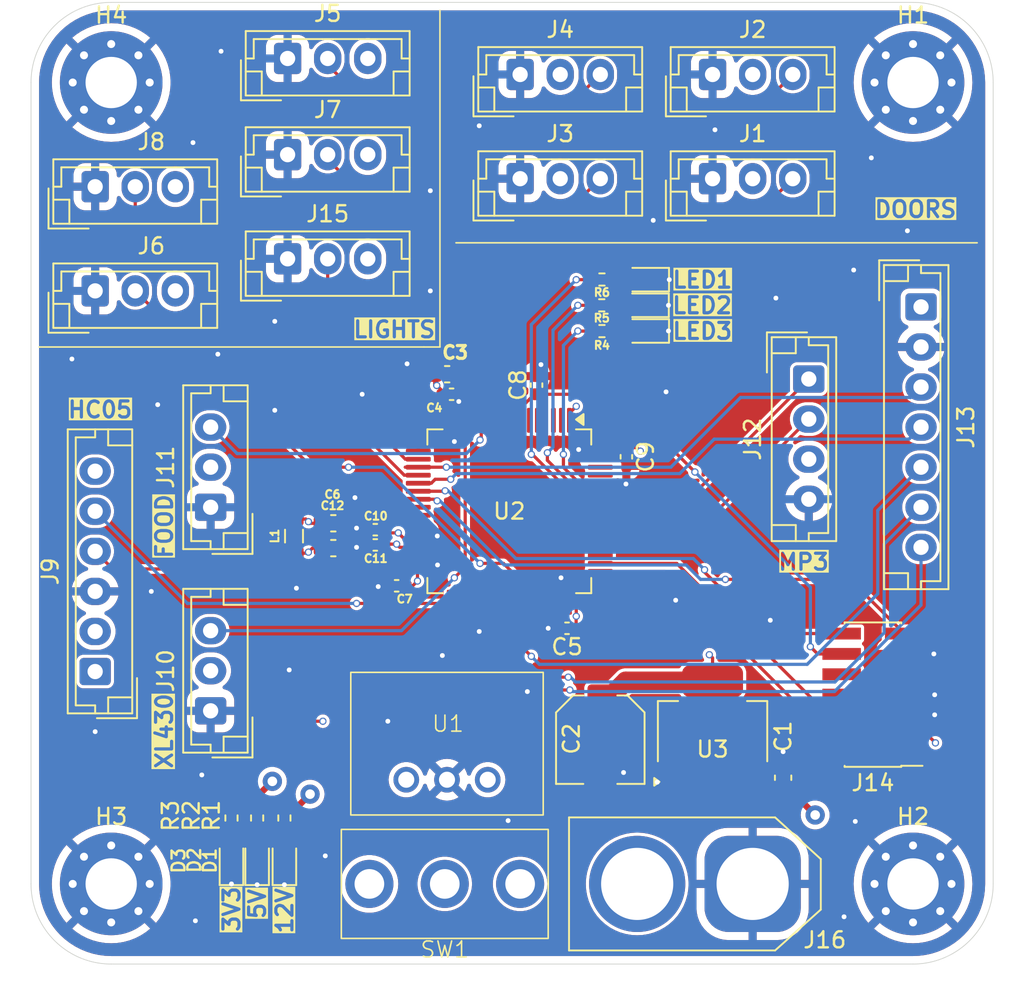
<source format=kicad_pcb>
(kicad_pcb (version 20240108) (generator "pcbnew") (generator_version "8.0")
  (layers (0 "F.Cu" signal) (1 "In1.Cu" signal) (2 "In2.Cu" signal) (31 "B.Cu" signal) (34 "B.Paste" user) (35 "F.Paste" user) (36 "B.SilkS" user "B.Silkscreen") (37 "F.SilkS" user "F.Silkscreen") (38 "B.Mask" user) (39 "F.Mask" user) (44 "Edge.Cuts" user))
  (net 0 "")
  (net 1 "GND")
  (net 2 "+5V")
  (net 3 "+3.3V")
  (net 4 "NRST")
  (net 5 "Net-(D1-A)")
  (net 6 "Net-(D2-A)")
  (net 7 "Net-(D3-A)")
  (net 8 "Net-(D4-A)")
  (net 9 "Net-(D5-A)")
  (net 10 "Net-(D6-A)")
  (net 11 "TIM1_CH1_DOOR1")
  (net 12 "TIM1_CH2_DOOR2")
  (net 13 "TIM1_CH3_DOOR3")
  (net 14 "TIM1_CH4_GARAGE")
  (net 15 "TIM2_CH2_LIGHT1")
  (net 16 "TIM2_CH3_LIGHT2")
  (net 17 "TIM2_CH4_LIGHT3")
  (net 18 "TIM3_CH1_LIGHT4")
  (net 19 "UART3_RX_HC05")
  (net 21 "UART3_TX_HC05")
  (net 23 "USART2_HD_XL430")
  (net 24 "+12V")
  (net 25 "TIM2_CH1_FOOD")
  (net 26 "UART4_TX_MP3")
  (net 27 "UART4_RX_MP3")
  (net 28 "SPI_CS")
  (net 29 "SPI_DC")
  (net 30 "SPI_RST")
  (net 31 "SPI1_MOSI")
  (net 32 "SPI1_SCK")
  (net 33 "SWCLK")
  (net 37 "SWDIO")
  (net 38 "UART1_DEBUG_RX")
  (net 39 "UART1_DEBUG_TX")
  (net 42 "TIM3_CH2_LIGHT5")
  (net 43 "Net-(J16-Pin_2)")
  (net 44 "LED3")
  (net 45 "LED2")
  (net 46 "LED1")
  (footprint "Capacitor_SMD:C_0402_1005Metric_Pad0.74x0.62mm_HandSolder" (layer "F.Cu") (at 144.225 101.45)
    (property "Reference" "C4")
    (property "Value" "100n")
  )
  (footprint "Capacitor_SMD:C_0402_1005Metric_Pad0.74x0.62mm_HandSolder" (layer "F.Cu") (at 139.4675 110.85 180)
    (property "Reference" "C11")
    (property "Value" "10n")
  )
  (footprint "MountingHole:MountingHole_3.2mm_M3_Pad_Via" (layer "F.Cu") (at 173 132)
    (property "Reference" "H2")
    (property "Value" "MountingHole_Pad")
  )
  (footprint "LED_SMD:LED_0603_1608Metric" (layer "F.Cu") (at 133.8 130.5875 90)
    (property "Reference" "D1")
    (property "Value" "RED_LED")
  )
  (footprint "Capacitor_SMD:C_0402_1005Metric_Pad0.74x0.62mm_HandSolder" (layer "F.Cu") (at 149.525 100.8825 90)
    (property "Reference" "C8")
    (property "Value" "100n")
  )
  (footprint "Connector_JST:JST_EH_B3B-EH-A_1x03_P2.50mm_Vertical" (layer "F.Cu") (at 160.5 88)
    (property "Reference" "J1")
    (property "Value" "Conn_01x03")
  )
  (footprint "Connector_JST:JST_EH_B3B-EH-A_1x03_P2.50mm_Vertical" (layer "F.Cu") (at 129.2 108.5 90)
    (property "Reference" "J11")
    (property "Value" "Conn_01x03")
  )
  (footprint "Connector_JST:JST_EH_B3B-EH-A_1x03_P2.50mm_Vertical" (layer "F.Cu") (at 122 95)
    (property "Reference" "J6")
    (property "Value" "Conn_01x03")
  )
  (footprint "LED_SMD:LED_0603_1608Metric" (layer "F.Cu") (at 130.5 130.5875 90)
    (property "Reference" "D3")
    (property "Value" "RED_LED")
  )
  (footprint "Capacitor_SMD:C_0402_1005Metric_Pad0.74x0.62mm_HandSolder" (layer "F.Cu") (at 151.425 116.05 180)
    (property "Reference" "C5")
    (property "Value" "100n")
  )
  (footprint "MountingHole:MountingHole_3.2mm_M3_Pad_Via" (layer "F.Cu") (at 123 82)
    (property "Reference" "H4")
    (property "Value" "MountingHole_Pad")
  )
  (footprint "Capacitor_SMD:C_Elec_5x5.4" (layer "F.Cu") (at 153.5 123 -90)
    (property "Reference" "C2")
    (property "Value" "22u")
  )
  (footprint "Capacitor_SMD:C_0603_1608Metric" (layer "F.Cu") (at 136.85 109.5 180)
    (property "Reference" "C6")
    (property "Value" "1u")
  )
  (footprint "Package_TO_SOT_SMD:SOT-223-3_TabPin2" (layer "F.Cu") (at 160.5 122.5 90)
    (property "Reference" "U3")
    (property "Value" "AZ1117-3.3")
  )
  (footprint "LED_SMD:LED_0603_1608Metric" (layer "F.Cu") (at 132.1 130.5875 90)
    (property "Reference" "D2" (hide yes))
    (property "Value" "RED_LED")
  )
  (footprint "Connector_JST:JST_EH_B3B-EH-A_1x03_P2.50mm_Vertical" (layer "F.Cu") (at 134 80.5)
    (property "Reference" "J5")
    (property "Value" "Conn_01x03")
  )
  (footprint "Connector_JST:JST_EH_B3B-EH-A_1x03_P2.50mm_Vertical" (layer "F.Cu") (at 148.5 81.5)
    (property "Reference" "J4")
    (property "Value" "Conn_01x03")
  )
  (footprint "Connector_JST:JST_EH_B3B-EH-A_1x03_P2.50mm_Vertical" (layer "F.Cu") (at 134 86.5)
    (property "Reference" "J7")
    (property "Value" "Conn_01x03")
  )
  (footprint "Connector_JST:JST_EH_B3B-EH-A_1x03_P2.50mm_Vertical" (layer "F.Cu") (at 129.2 121.2 90)
    (property "Reference" "J10")
    (property "Value" "Conn_01x03")
  )
  (footprint "MountingHole:MountingHole_3.2mm_M3_Pad_Via" (layer "F.Cu") (at 173 82)
    (property "Reference" "H1")
    (property "Value" "MountingHole_Pad")
  )
  (footprint "Capacitor_SMD:C_0402_1005Metric_Pad0.74x0.62mm_HandSolder" (layer "F.Cu") (at 155.125 105.35 90)
    (property "Reference" "C9")
    (property "Value" "100n")
  )
  (footprint "Connector_AMASS:AMASS_XT60-M_1x02_P7.20mm_Vertical" (layer "F.Cu") (at 163 132 180)
    (property "Reference" "J16")
    (property "Value" "Conn_01x02")
  )
  (footprint "Capacitor_SMD:C_0603_1608Metric" (layer "F.Cu") (at 164.9 125.375 90)
    (property "Reference" "C1")
    (property "Value" "10u")
  )
  (footprint "Package_QFP:LQFP-64_10x10mm_P0.5mm" (layer "F.Cu") (at 147.825 108.75 -90)
    (property "Reference" "U2")
    (property "Value" "STM32G474RETx")
  )
  (footprint "LED_SMD:LED_0603_1608Metric" (layer "F.Cu") (at 156.3 94.3 180)
    (property "Reference" "D6" (hide yes))
    (property "Value" "BLUE_LED")
  )
  (footprint "LED_SMD:LED_0603_1608Metric" (layer "F.Cu") (at 156.2875 95.9 180)
    (property "Reference" "D5" (hide yes))
    (property "Value" "BLUE_LED")
  )
  (footprint "Connector_JST:JST_EH_B6B-EH-A_1x06_P2.50mm_Vertical" (layer "F.Cu") (at 122 118.75 90)
    (property "Reference" "J9")
    (property "Value" "Conn_01x06")
  )
  (footprint "Connector_JST:JST_EH_B3B-EH-A_1x03_P2.50mm_Vertical" (layer "F.Cu") (at 122 88.5)
    (property "Reference" "J8")
    (property "Value" "Conn_01x03")
  )
  (footprint "Connector_JST:JST_EH_B3B-EH-A_1x03_P2.50mm_Vertical" (layer "F.Cu") (at 134 93)
    (property "Reference" "J15")
    (property "Value" "Conn_01x03")
  )
  (footprint "Connector_JST:JST_EH_B3B-EH-A_1x03_P2.50mm_Vertical" (layer "F.Cu") (at 148.5 88)
    (property "Reference" "J3")
    (property "Value" "Conn_01x03")
  )
  (footprint "Resistor_SMD:R_0402_1005Metric_Pad0.72x0.64mm_HandSolder" (layer "F.Cu") (at 132.1 127.8875 -90)
    (property "Reference" "R2")
    (property "Value" "1k6")
  )
  (footprint "LED_SMD:LED_0603_1608Metric" (layer "F.Cu") (at 156.3 97.5 180)
    (property "Reference" "D4" (hide yes))
    (property "Value" "BLUE_LED")
  )
  (footprint "Capacitor_SMD:C_0402_1005Metric_Pad0.74x0.62mm_HandSolder" (layer "F.Cu") (at 139.4675 109.9 180)
    (property "Reference" "C10")
    (property "Value" "100n")
  )
  (footprint "Inductor_SMD:L_0805_2012Metric" (layer "F.Cu") (at 134.4 110.3 -90)
    (property "Reference" "L1")
    (property "Value" "39n")
  )
  (footprint "Capacitor_SMD:C_0603_1608Metric" (layer "F.Cu") (at 136.85 111.05)
    (property "Reference" "C12")
    (property "Value" "1u")
  )
  (footprint "MountingHole:MountingHole_3.2mm_M3_Pad_Via" (layer "F.Cu") (at 123 132)
    (property "Reference" "H3")
    (property "Value" "MountingHole_Pad")
  )
  (footprint "Resistor_SMD:R_0402_1005Metric_Pad0.72x0.64mm_HandSolder" (layer "F.Cu") (at 153.6025 97.51)
    (property "Reference" "R4")
    (property "Value" "82")
  )
  (footprint "Capacitor_SMD:C_0402_1005Metric_Pad0.74x0.62mm_HandSolder" (layer "F.Cu") (at 140.8 113.4 180)
    (property "Reference" "C7")
    (property "Value" "100n")
  )
  (footprint "maker:power_switch" (layer "F.Cu") (at 143.8 132)
    (property "Reference" "SW1")
    (property "Value" "SW_SPDT")
  )
  (footprint "Connector_JST:JST_EH_B7B-EH-A_1x07_P2.50mm_Vertical" (layer "F.Cu") (at 173.5 96 -90)
    (property "Reference" "J13")
    (property "Value" "Conn_01x07")
  )
  (footprint "Connector_JST:JST_EH_B3B-EH-A_1x03_P2.50mm_Vertical" (layer "F.Cu") (at 160.5 81.5)
    (property "Reference" "J2")
    (property "Value" "Conn_01x03")
  )
  (footprint "Connector_JST:JST_EH_B4B-EH-A_1x04_P2.50mm_Vertical" (layer "F.Cu") (at 166.5 100.5 -90)
    (property "Reference" "J12")
    (property "Value" "Conn_01x04")
  )
  (footprint "Resistor_SMD:R_0402_1005Metric_Pad0.72x0.64mm_HandSolder" (layer "F.Cu") (at 130.5 127.8875 -90)
    (property "Reference" "R3")
    (property "Value" "820")
  )
  (footprint "Resistor_SMD:R_0402_1005Metric_Pad0.72x0.64mm_HandSolder" (layer "F.Cu") (at 133.8 127.8875 -90)
    (property "Reference" "R1")
    (property "Value" "5k1")
  )
  (footprint "Resistor_SMD:R_0402_1005Metric_Pad0.72x0.64mm_HandSolder" (layer "F.Cu") (at 153.6025 94.29)
    (property "Reference" "R6")
    (property "Value" "82")
  )
  (footprint "Resistor_SMD:R_0402_1005Metric_Pad0.72x0.64mm_HandSolder" (layer "F.Cu") (at 153.59 95.9)
    (property "Reference" "R5")
    (property "Value" "82")
  )
  (footprint "Connector_PinHeader_1.27mm:PinHeader_2x07_P1.27mm_Vertical_SMD" (layer "F.Cu") (at 170.5 120.19 180)
    (property "Reference" "J14")
    (property "Value" "Conn_ST_STDC14")
  )
  (footprint "maker:173010578" (layer "F.Cu") (at 144 122.51)
    (property "Reference" "U1")
    (property "Value" "~")
  )
  (footprint "Capacitor_SMD:C_0603_1608Metric" (layer "F.Cu") (at 143.95 100.2)
    (property "Reference" "C3")
    (property "Value" "4u7")
  )
  (gr_line (start 143.5 98.5) (end 143.5 77.5) (stroke (width 0.1)) (layer "F.SilkS"))
  (gr_line (start 118.5 98.5) (end 142.5 98.5) (stroke (width 0.1)) (layer "F.SilkS"))
  (gr_line (start 144.5 92) (end 177 92) (stroke (width 0.1)) (layer "F.SilkS"))
  (gr_line (start 142.5 98.5) (end 143.5 98.5) (stroke (width 0.1)) (layer "F.SilkS"))
  (gr_line (start 173 77) (end 123 77) (stroke (width 0.05)) (layer "Edge.Cuts"))
  (gr_line (start 178 132) (end 178 82) (stroke (width 0.05)) (layer "Edge.Cuts"))
  (gr_line (start 118 82) (end 118 132) (stroke (width 0.05)) (layer "Edge.Cuts"))
  (gr_arc (start 178 132) (mid 176.535534 135.535534) (end 173 137) (stroke (width 0.05)) (layer "Edge.Cuts"))
  (gr_arc (start 118 82) (mid 119.464466 78.464466) (end 123 77) (stroke (width 0.05)) (layer "Edge.Cuts"))
  (gr_arc (start 173 77) (mid 176.535534 78.464466) (end 178 82) (stroke (width 0.05)) (layer "Edge.Cuts"))
  (gr_arc (start 123 137) (mid 119.464466 135.535534) (end 118 132) (stroke (width 0.05)) (layer "Edge.Cuts"))
  (gr_line (start 123 137) (end 173 137) (stroke (width 0.05)) (layer "Edge.Cuts"))
  (gr_text "12V" (at 134.4 135.1875 90) (layer "F.SilkS" knockout) (effects (font (size 1 1) (thickness 0.2) (bold yes)) (justify left bottom)))
  (gr_text "LED3" (at 157.9 98.1 0) (layer "F.SilkS" knockout) (effects (font (size 1 1) (thickness 0.2) (bold yes)) (justify left bottom)))
  (gr_text "LED2" (at 157.8875 96.5 0) (layer "F.SilkS" knockout) (effects (font (size 1 1) (thickness 0.2) (bold yes)) (justify left bottom)))
  (gr_text "5V" (at 132.7 134.2875 90) (layer "F.SilkS" knockout) (effects (font (size 1 1) (thickness 0.2) (bold yes)) (justify left bottom)))
  (gr_text "3V3" (at 131.1 135.0875 90) (layer "F.SilkS" knockout) (effects (font (size 1 1) (thickness 0.2) (bold yes)) (justify left bottom)))
  (gr_text "D2" (at 128.65 131.4 90) (layer "F.SilkS") (effects (font (size 0.8 0.8) (thickness 0.15) (bold yes)) (justify left bottom)))
  (gr_text "FOOD" (at 126.9 111.8 90) (layer "F.SilkS" knockout) (effects (font (size 1 1) (thickness 0.2) (bold yes)) (justify left bottom)))
  (gr_text "LED1" (at 157.9 94.9 0) (layer "F.SilkS" knockout) (effects (font (size 1 1) (thickness 0.2) (bold yes)) (justify left bottom)))
  (gr_text "LIGHTS" (at 138 98 0) (layer "F.SilkS" knockout) (effects (font (size 1 1) (thickness 0.2) (bold yes)) (justify left bottom)))
  (gr_text "XL430" (at 126.9 124.9 90) (layer "F.SilkS" knockout) (effects (font (size 1 1) (thickness 0.2) (bold yes)) (justify left bottom)))
  (gr_text "HC05" (at 120.2 103 0) (layer "F.SilkS" knockout) (effects (font (size 1 1) (thickness 0.2) (bold yes)) (justify left bottom)))
  (gr_text "DOORS" (at 170.5 90.5 0) (layer "F.SilkS" knockout) (effects (font (size 1 1) (thickness 0.2) (bold yes)) (justify left bottom)))
  (gr_text "MP3" (at 164.5 112.5 0) (layer "F.SilkS" knockout) (effects (font (size 1 1) (thickness 0.2) (bold yes)) (justify left bottom)))
  (segment (start 133.8 131.375) (end 133.8 132.05) (width 0.2) (layer "F.Cu") (net 1))
  (segment (start 140.2325 113.4) (end 139.7 113.4) (width 0.2) (layer "F.Cu") (net 1))
  (segment (start 152.69259 105.5) (end 152.15 104.95741) (width 0.2) (layer "F.Cu") (net 1))
  (segment (start 142.118057 111.968057) (end 142.15 112) (width 0.2) (layer "F.Cu") (net 1))
  (segment (start 143.03977 110) (end 143.333135 110.293365) (width 0.2) (layer "F.Cu") (net 1))
  (segment (start 138.9 109.9) (end 138.4 109.9) (width 0.2) (layer "F.Cu") (net 1))
  (segment (start 144.575 102.000612) (end 144.675 101.900612) (width 0.2) (layer "F.Cu") (net 1))
  (segment (start 144.7925 101.45) (end 144.7925 101.783112) (width 0.2) (layer "F.Cu") (net 1))
  (segment (start 132.1 131.375) (end 132.1 132.05) (width 0.2) (layer "F.Cu") (net 1))
  (segment (start 151.075 113.375) (end 151.05 113.35) (width 0.2) (layer "F.Cu") (net 1))
  (segment (start 149.525 99.875) (end 149.8 99.6) (width 0.2) (layer "F.Cu") (net 1))
  (segment (start 144.575 101.6675) (end 144.7925 101.45) (width 0.2) (layer "F.Cu") (net 1))
  (segment (start 174.34 120.19) (end 174.35 120.2) (width 0.2) (layer "F.Cu") (net 1))
  (segment (start 155.125 107.025) (end 155.1 107.05) (width 0.2) (layer "F.Cu") (net 1))
  (segment (start 144.575 103.075) (end 144.575 102.000612) (width 0.2) (layer "F.Cu") (net 1))
  (segment (start 155.125 105.9175) (end 155.125 107.025) (width 0.2) (layer "F.Cu") (net 1))
  (segment (start 142.15 112) (end 143.25 112) (width 0.2) (layer "F.Cu") (net 1))
  (segment (start 139.7 113.4) (end 139.65 113.45) (width 0.2) (layer "F.Cu") (net 1))
  (segment (start 138.9 110.85) (end 138.45 110.85) (width 0.2) (layer "F.Cu") (net 1))
  (segment (start 151.075 115.8325) (end 151.075 114.425) (width 0.2) (layer "F.Cu") (net 1))
  (segment (start 138 109.5) (end 138.3 109.8) (width 0.2) (layer "F.Cu") (net 1))
  (segment (start 137.625 111.05) (end 138.25 111.05) (width 0.2) (layer "F.Cu") (net 1))
  (segment (start 137.625 109.5) (end 138 109.5) (width 0.2) (layer "F.Cu") (net 1))
  (segment (start 153.5 125.0625) (end 154.9375 125.0625) (width 0.2) (layer "F.Cu") (net 1))
  (segment (start 152.15 104.95741) (end 152.15 104.9) (width 0.2) (layer "F.Cu") (net 1))
  (segment (start 138.4 109.9) (end 138.3 109.8) (width 0.2) (layer "F.Cu") (net 1))
  (segment (start 138.25 111.05) (end 138.3 111) (width 0.2) (layer "F.Cu") (net 1))
  (segment (start 150.8575 116.05) (end 150.25 116.05) (width 0.2) (layer "F.Cu") (net 1))
  (segment (start 172.45 121.46) (end 174.34 121.46) (width 0.2) (layer "F.Cu") (net 1))
  (segment (start 154.7075 105.5) (end 155.125 105.9175) (width 0.2) (layer "F.Cu") (net 1))
  (segment (start 144.7925 101.783112) (end 144.675 101.900612) (width 0.2) (layer "F.Cu") (net 1))
  (segment (start 151.075 114.425) (end 151.075 113.375) (width 0.2) (layer "F.Cu") (net 1))
  (segment (start 144.575 103.075) (end 144.575 104.225) (width 0.2) (layer "F.Cu") (net 1))
  (segment (start 153.5 105.5) (end 154.7075 105.5) (width 0.2) (layer "F.Cu") (net 1))
  (segment (start 158.2 125.65) (end 157.05 125.65) (width 0.2) (layer "F.Cu") (net 1))
  (segment (start 157.075 95.9) (end 157.75 95.9) (width 0.2) (layer "F.Cu") (net 1))
  (segment (start 157.0875 94.3) (end 157.8 94.3) (width 0.2) (layer "F.Cu") (net 1))
  (segment (start 172.45 117.65) (end 174.3 117.65) (width 0.2) (layer "F.Cu") (net 1))
  (segment (start 144.575 104.225) (end 144.4 104.4) (width 0.2) (layer "F.Cu") (net 1))
  (segment (start 172.45 120.19) (end 172.45 121.46) (width 0.2) (layer "F.Cu") (net 1))
  (segment (start 164.9 124.6) (end 164.9 123.75) (width 0.2) (layer "F.Cu") (net 1))
  (segment (start 157.0875 97.5) (end 157.75 97.5) (width 0.2) (layer "F.Cu") (net 1))
  (segment (start 143.25 112) (end 143.35 112.1) (width 0.2) (layer "F.Cu") (net 1))
  (segment (start 144.7925 101.45) (end 144.7925 100.2675) (width 0.2) (layer "F.Cu") (net 1))
  (segment (start 142.15 110) (end 143.03977 110) (width 0.2) (layer "F.Cu") (net 1))
  (segment (start 150.8575 116.05) (end 151.075 115.8325) (width 0.2) (layer "F.Cu") (net 1))
  (segment (start 153.5 105.5) (end 152.69259 105.5) (width 0.2) (layer "F.Cu") (net 1))
  (segment (start 151.05 113.35) (end 151.05 112.9) (width 0.2) (layer "F.Cu") (net 1))
  (segment (start 154.9375 125.0625) (end 154.95 125.05) (width 0.2) (layer "F.Cu") (net 1))
  (segment (start 172.45 120.19) (end 174.34 120.19) (width 0.2) (layer "F.Cu") (net 1))
  (segment (start 149.525 100.315) (end 149.525 99.875) (width 0.2) (layer "F.Cu") (net 1))
  (segment (start 174.34 121.46) (end 174.35 121.45) (width 0.2) (layer "F.Cu") (net 1))
  (segment (start 138.45 110.85) (end 138.3 111) (width 0.2) (layer "F.Cu") (net 1))
  (segment (start 144.7925 100.2675) (end 144.725 100.2) (width 0.2) (layer "F.Cu") (net 1))
  (segment (start 130.5 131.375) (end 130.5 132) (width 0.2) (layer "F.Cu") (net 1))
  (via (at 144.4 104.4) (size 0.45) (drill 0.3) (layers "F.Cu" "B.Cu") (net 1))
  (via (at 145.95 116.25) (size 0.45) (drill 0.3) (layers "F.Cu" "B.Cu") (net 1))
  (via (at 148.95 120) (size 0.45) (drill 0.3) (layers "F.Cu" "B.Cu") (net 1))
  (via (at 157.75 97.5) (size 0.45) (drill 0.3) (layers "F.Cu" "B.Cu") (net 1))
  (via (at 125.9 102.1) (size 0.45) (drill 0.3) (layers "F.Cu" "B.Cu") (net 1))
  (via (at 129.65 98.95) (size 0.45) (drill 0.3) (layers "F.Cu" "B.Cu") (net 1))
  (via (at 157.05 125.65) (size 0.45) (drill 0.3) (layers "F.Cu" "B.Cu") (net 1))
  (via (at 143.65 117.75) (size 0.45) (drill 0.3) (layers "F.Cu" "B.Cu") (net 1))
  (via (at 154.95 125.05) (size 0.45) (drill 0.3) (layers "F.Cu" "B.Cu") (net 1))
  (via (at 152.15 104.9) (size 0.45) (drill 0.3) (layers "F.Cu" "B.Cu") (net 1))
  (via (at 142.9 88.75) (size 0.45) (drill 0.3) (layers "F.Cu" "B.Cu") (net 1))
  (via (at 128.1 85.75) (size 0.45) (drill 0.3) (layers "F.Cu" "B.Cu") (net 1))
  (via (at 120.55 99.25) (size 0.45) (drill 0.3) (layers "F.Cu" "B.Cu") (net 1))
  (via (at 164.1 115.55) (size 0.45) (drill 0.3) (layers "F.Cu" "B.Cu") (net 1))
  (via (at 150.25 116.05) (size 0.45) (drill 0.3) (layers "F.Cu" "B.Cu") (net 1))
  (via (at 139.65 113.45) (size 0.45) (drill 0.3) (layers "F.Cu" "B.Cu") (net 1))
  (via (at 143.333135 110.293365) (size 0.45) (drill 0.3) (layers "F.Cu" "B.Cu") (net 1))
  (via (at 128.65 125.2) (size 0.45) (drill 0.3) (layers "F.Cu" "B.Cu") (net 1))
  (via (at 149.8 99.6) (size 0.45) (drill 0.3) (layers "F.Cu" "B.Cu") (net 1))
  (via (at 160.65 84.95) (size 0.45) (drill 0.3) (layers "F.Cu" "B.Cu") (net 1))
  (via (at 134.1 118.65) (size 0.45) (drill 0.3) (layers "F.Cu" "B.Cu") (net 1))
  (via (at 133.2 96.9) (size 0.45) (drill 0.3) (layers "F.Cu" "B.Cu") (net 1))
  (via (at 142.9 95) (size 0.45) (drill 0.3) (layers "F.Cu" "B.Cu") (net 1))
  (via (at 168.7 134.05) (size 0.45) (drill 0.3) (layers "F.Cu" "B.Cu") (net 1))
  (via (at 130.5 132) (size 0.45) (drill 0.3) (layers "F.Cu" "B.Cu") (net 1))
  (via (at 172.65 91.25) (size 0.45) (drill 0.3) (layers "F.Cu" "B.Cu") (net 1))
  (via (at 156.8 90.6) (size 0.45) (drill 0.3) (layers "F.Cu" "B.Cu") (net 1))
  (via (at 141.45 99.55) (size 0.45) (drill 0.3) (layers "F.Cu" "B.Cu") (net 1))
  (via (at 169.3 93.7) (size 0.45) (drill 0.3) (layers "F.Cu" "B.Cu") (net 1))
  (via (at 122 122.5) (size 0.45) (drill 0.3) (layers "F.Cu" "B.Cu") (net 1))
  (via (at 140.25 121.85) (size 0.45) (drill 0.3) (layers "F.Cu" "B.Cu") (net 1))
  (via (at 136.35 130.25) (size 0.45) (drill 0.3) (layers "F.Cu" "B.Cu") (net 1))
  (via (at 132.1 132.05) (size 0.45) (drill 0.3) (layers "F.Cu" "B.Cu") (net 1))
  (via (at 174.3 117.65) (size 0.45) (drill 0.3) (layers "F.Cu" "B.Cu") (net 1))
  (via (at 157.6 101.3) (size 0.45) (drill 0.3) (layers "F.Cu" "B.Cu") (net 1))
  (via (at 138.65 101.45) (size 0.45) (drill 0.3) (layers "F.Cu" "B.Cu") (net 1))
  (via (at 145.95 84.7) (size 0.45) (drill 0.3) (layers "F.Cu" "B.Cu") (net 1))
  (via (at 157.75 95.9) (size 0.45) (drill 0.3) (layers "F.Cu" "B.Cu") (net 1))
  (via (at 155.1 107.05) (size 0.45) (drill 0.3) (layers "F.Cu" "B.Cu") (net 1))
  (via (at 133.2 102.45) (size 0.45) (drill 0.3) (layers "F.Cu" "B.Cu") (net 1))
  (via (at 128.25 134.3) (size 0.45) (drill 0.3) (layers "F.Cu" "B.Cu") (net 1))
  (via (at 157.8 94.3) (size 0.45) (drill 0.3) (layers "F.Cu" "B.Cu") (net 1))
  (via (at 170.4 86.7) (size 0.45) (drill 0.3) (layers "F.Cu" "B.Cu") (net 1))
  (via (at 147.75 128.05) (size 0.45) (drill 0.3) (layers "F.Cu" "B.Cu") (net 1))
  (via (at 138.3 109.8) (size 0.45) (drill 0.3) (layers "F.Cu" "B.Cu") (net 1))
  (via (at 143.35 112.1) (size 0.45) (drill 0.3) (layers "F.Cu" "B.Cu") (net 1))
  (via (at 174.35 120.2) (size 0.45) (drill 0.3) (layers "F.Cu" "B.Cu") (net 1))
  (via (at 129.85 80.05) (size 0.45) (drill 0.3) (layers "F.Cu" "B.Cu") (net 1))
  (via (at 158.2 114.3) (size 0.45) (drill 0.3) (layers "F.Cu" "B.Cu") (net 1))
  (via (at 174.35 121.45) (size 0.45) (drill 0.3) (layers "F.Cu" "B.Cu") (net 1))
  (via (at 138.2 107.9) (size 0.45) (drill 0.3) (layers "F.Cu" "B.Cu") (net 1))
  (via (at 144.675 101.900612) (size 0.45) (drill 0.3) (layers "F.Cu" "B.Cu") (net 1))
  (via (at 164.9 123.75) (size 0.45) (drill 0.3) (layers "F.Cu" "B.Cu") (net 1))
  (via (at 169.4 128.1) (size 0.45) (drill 0.3) (layers "F.Cu" "B.Cu") (net 1))
  (via (at 138.3 111) (size 0.45) (drill 0.3) (layers "F.Cu" "B.Cu") (net 1))
  (via (at 164.45 95.45) (size 0.45) (drill 0.3) (layers "F.Cu" "B.Cu") (net 1))
  (via (at 151.05 112.9) (size 0.45) (drill 0.3) (layers "F.Cu" "B.Cu") (net 1))
  (via (at 134.55 113.55) (size 0.45) (drill 0.3) (layers "F.Cu" "B.Cu") (net 1))
  (via (at 133.8 132.05) (size 0.45) (drill 0.3) (layers "F.Cu" "B.Cu") (net 1))
  (via (at 125.5 113.75) (size 0.45) (drill 0.3) (layers "F.Cu" "B.Cu") (net 1))
  (segment (start 164.9 126.15) (end 163.3 126.15) (width 0.4) (layer "F.Cu") (net 2))
  (segment (start 164.9 126.15) (end 165.35 126.15) (width 0.4) (layer "F.Cu") (net 2))
  (segment (start 163.3 126.15) (end 162.8 125.65) (width 0.4) (layer "F.Cu") (net 2))
  (segment (start 165.35 126.15) (end 166.9 127.7) (width 0.4) (layer "F.Cu") (net 2))
  (segment (start 132.1 126.55) (end 133.05 125.6) (width 0.4) (layer "F.Cu") (net 2))
  (segment (start 132.1 127.29) (end 132.1 126.55) (width 0.4) (layer "F.Cu") (net 2))
  (via (at 133.05 125.6) (size 1.2) (drill 0.6) (layers "F.Cu" "B.Cu") (net 2))
  (via (at 166.9 127.7) (size 1.2) (drill 0.6) (layers "F.Cu" "B.Cu") (net 2))
  (segment (start 144.075 101.8675) (end 143.6575 101.45) (width 0.2) (layer "F.Cu") (net 3))
  (segment (start 142.15 110.5) (end 141.3 110.5) (width 0.2) (layer "F.Cu") (net 3))
  (segment (start 135.2375 111.3625) (end 135.3 111.3) (width 0.2) (layer "F.Cu") (net 3))
  (segment (start 134.4 111.3625) (end 135.2375 111.3625) (width 0.2) (layer "F.Cu") (net 3))
  (segment (start 130.5 126.735786) (end 135.385786 121.85) (width 0.2) (layer "F.Cu") (net 3))
  (segment (start 140.235 110.1) (end 140.035 109.9) (width 0.2) (layer "F.Cu") (net 3))
  (segment (start 130.5 127.29) (end 130.5 126.735786) (width 0.2) (layer "F.Cu") (net 3))
  (segment (start 142.1 112.55) (end 142.15 112.5) (width 0.2) (layer "F.Cu") (net 3))
  (segment (start 154.9075 105) (end 155.125 104.7825) (width 0.2) (layer "F.Cu") (net 3))
  (segment (start 135.4 109.5) (end 135.3 109.4) (width 0.2) (layer "F.Cu") (net 3))
  (segment (start 142.1 113.1) (end 141.8 113.4) (width 0.2) (layer "F.Cu") (net 3))
  (segment (start 152 115.3) (end 152 114.85) (width 0.2) (layer "F.Cu") (net 3))
  (segment (start 136.075 111.05) (end 135.55 111.05) (width 0.2) (layer "F.Cu") (net 3))
  (segment (start 135.55 111.05) (end 135.3 111.3) (width 0.2) (layer "F.Cu") (net 3))
  (segment (start 160.5 119.35) (end 155.0875 119.35) (width 1.2) (layer "F.Cu") (net 3))
  (segment (start 155.125 104.7825) (end 155.7825 104.7825) (width 0.2) (layer "F.Cu") (net 3))
  (segment (start 173.93 122.73) (end 174.4 123.2) (width 0.2) (layer "F.Cu") (net 3))
  (segment (start 141 111) (end 140.8 110.8) (width 0.2) (layer "F.Cu") (net 3))
  (segment (start 151.575 102.625) (end 151.575 103.075) (width 0.2) (layer "F.Cu") (net 3))
  (segment (start 143.175 100.2) (end 143.175 100.775) (width 0.2) (layer "F.Cu") (net 3))
  (segment (start 153.5 105) (end 154.9075 105) (width 0.2) (layer "F.Cu") (net 3))
  (segment (start 152 115.3) (end 151.9925 115.3075) (width 0.2) (layer "F.Cu") (net 3))
  (segment (start 135.1375 109.2375) (end 135.3 109.4) (width 0.2) (layer "F.Cu") (net 3))
  (segment (start 152 114.85) (end 151.575 114.425) (width 0.2) (layer "F.Cu") (net 3))
  (segment (start 142.1 113.1) (end 142.1 112.55) (width 0.2) (layer "F.Cu") (net 3))
  (segment (start 134.4 109.2375) (end 135.1375 109.2375) (width 0.2) (layer "F.Cu") (net 3))
  (segment (start 140.085 110.8) (end 140.035 110.85) (width 0.2) (layer "F.Cu") (net 3))
  (segment (start 151.9925 115.3075) (end 151.9925 116.05) (width 0.2) (layer "F.Cu") (net 3))
  (segment (start 152 102.2) (end 151.575 102.625) (width 0.2) (layer "F.Cu") (net 3))
  (segment (start 141.8 113.4) (end 141.3675 113.4) (width 0.2) (layer "F.Cu") (net 3))
  (segment (start 142.15 111) (end 141 111) (width 0.2) (layer "F.Cu") (net 3))
  (segment (start 172.45 122.73) (end 173.93 122.73) (width 0.2) (layer "F.Cu") (net 3))
  (segment (start 160.5 119.35) (end 160.5 125.65) (width 1.2) (layer "F.Cu") (net 3))
  (segment (start 155.7825 104.7825) (end 156 105) (width 0.2) (layer "F.Cu") (net 3))
  (segment (start 160.5 117.9) (end 160.3 117.7) (width 0.2) (layer "F.Cu") (net 3))
  (segment (start 140.9 110.1) (end 140.235 110.1) (width 0.2) (layer "F.Cu") (net 3))
  (segment (start 143.6575 101.45) (end 143.6575 101.2575) (width 0.2) (layer "F.Cu") (net 3))
  (segment (start 160.5 119.35) (end 160.5 117.9) (width 0.2) (layer "F.Cu") (net 3))
  (segment (start 135.385786 121.85) (end 136.2 121.85) (width 0.2) (layer "F.Cu") (net 3))
  (segment (start 140.8 110.8) (end 140.085 110.8) (width 0.2) (layer "F.Cu") (net 3))
  (segment (start 155.0875 119.35) (end 153.5 120.9375) (width 1.2) (layer "F.Cu") (net 3))
  (segment (start 160.5 118.5) (end 160.5 119.35) (width 0.2) (layer "F.Cu") (net 3))
  (segment (start 143.6575 101.2575) (end 143.3 100.9) (width 0.2) (layer "F.Cu") (net 3))
  (segment (start 144.075 103.075) (end 144.075 101.8675) (width 0.2) (layer "F.Cu") (net 3))
  (segment (start 136.075 109.5) (end 135.4 109.5) (width 0.2) (layer "F.Cu") (net 3))
  (segment (start 141.3 110.5) (end 140.9 110.1) (width 0.2) (layer "F.Cu") (net 3))
  (segment (start 143.175 100.775) (end 143.3 100.9) (width 0.2) (layer "F.Cu") (net 3))
  (via (at 136.2 121.85) (size 0.45) (drill 0.3) (layers "F.Cu" "B.Cu") (net 3))
  (via (at 143.3 100.9) (size 0.45) (drill 0.3) (layers "F.Cu" "B.Cu") (net 3))
  (via (at 156 105) (size 0.45) (drill 0.3) (layers "F.Cu" "B.Cu") (net 3))
  (via (at 160.3 117.7) (size 0.45) (drill 0.3) (layers "F.Cu" "B.Cu") (net 3))
  (via (at 140.8 110.8) (size 0.45) (drill 0.3) (layers "F.Cu" "B.Cu") (net 3))
  (via (at 142.1 113.1) (size 0.45) (drill 0.3) (layers "F.Cu" "B.Cu") (net 3))
  (via (at 152 115.3) (size 0.45) (drill 0.3) (layers "F.Cu" "B.Cu") (net 3))
  (via (at 135.3 111.3) (size 0.45) (drill 0.3) (layers "F.Cu" "B.Cu") (net 3))
  (via (at 135.3 109.4) (size 0.45) (drill 0.3) (layers "F.Cu" "B.Cu") (net 3))
  (via (at 140.9 110.1) (size 0.45) (drill 0.3) (layers "F.Cu" "B.Cu") (net 3))
  (via (at 174.4 123.2) (size 0.45) (drill 0.3) (layers "F.Cu" "B.Cu") (net 3))
  (via (at 152 102.2) (size 0.45) (drill 0.3) (layers "F.Cu" "B.Cu") (net 3))
  (segment (start 154.55 101.45) (end 159.4 106.3) (width 0.2) (layer "F.Cu") (net 4))
  (segment (start 166.6 117.2) (end 167.05 117.65) (width 0.2) (layer "F.Cu") (net 4))
  (segment (start 148.575 102.26759) (end 148.575 103.075) (width 0.2) (layer "F.Cu") (net 4))
  (segment (start 149.525 101.45) (end 149.39259 101.45) (width 0.2) (layer "F.Cu") (net 4))
  (segment (start 167.05 117.65) (end 168.55 117.65) (width 0.2) (layer "F.Cu") (net 4))
  (segment (start 149.39259 101.45) (end 148.575 102.26759) (width 0.2) (layer "F.Cu") (net 4))
  (segment (start 149.525 101.45) (end 154.55 101.45) (width 0.2) (layer "F.Cu") (net 4))
  (via (at 166.6 117.2) (size 0.45) (drill 0.3) (layers "F.Cu" "B.Cu") (net 4))
  (via (at 159.4 106.3) (size 0.45) (drill 0.3) (layers "F.Cu" "B.Cu") (net 4))
  (segment (start 166.6 113.5) (end 166.6 117.2) (width 0.2) (layer "B.Cu") (net 4))
  (segment (start 159.4 106.3) (end 166.6 113.5) (width 0.2) (layer "B.Cu") (net 4))
  (segment (start 133.8 128.485) (end 133.8 129.8) (width 0.2) (layer "F.Cu") (net 5))
  (segment (start 132.1 128.485) (end 132.1 129.8) (width 0.2) (layer "F.Cu") (net 6))
  (segment (start 130.5 128.485) (end 130.5 129.8) (width 0.2) (layer "F.Cu") (net 7))
  (segment (start 155.5125 97.5) (end 154.21 97.5) (width 0.2) (layer "F.Cu") (net 8))
  (segment (start 154.21 97.5) (end 154.2 97.51) (width 0.2) (layer "F.Cu") (net 8))
  (segment (start 155.5 95.9) (end 154.1875 95.9) (width 0.2) (layer "F.Cu") (net 9))
  (segment (start 154.21 94.3) (end 154.2 94.29) (width 0.2) (layer "F.Cu") (net 10))
  (segment (start 155.5125 94.3) (end 154.21 94.3) (width 0.2) (layer "F.Cu") (net 10))
  (segment (start 148.075 98.215028) (end 148.1 98.190028) (width 0.2) (layer "F.Cu") (net 11))
  (segment (start 162 91.5) (end 165.5 88) (width 0.2) (layer "F.Cu") (net 11))
  (segment (start 148.075 103.075) (end 148.075 98.215028) (width 0.2) (layer "F.Cu") (net 11))
  (segment (start 148.1 98.190028) (end 148.1 96.4) (width 0.2) (layer "F.Cu") (net 11))
  (segment (start 148.1 96.4) (end 153 91.5) (width 0.2) (layer "F.Cu") (net 11))
  (segment (start 153 91.5) (end 162 91.5) (width 0.2) (layer "F.Cu") (net 11))
  (segment (start 147.575 103.075) (end 147.575 96.225) (width 0.2) (layer "F.Cu") (net 12))
  (segment (start 163.3 83.7) (end 165.5 81.5) (width 0.2) (layer "F.Cu") (net 12))
  (segment (start 160.1 83.7) (end 163.3 83.7) (width 0.2) (layer "F.Cu") (net 12))
  (segment (start 147.575 96.225) (end 160.1 83.7) (width 0.2) (layer "F.Cu") (net 12))
  (segment (start 147.075 103.075) (end 147.075 94.425) (width 0.2) (layer "F.Cu") (net 13))
  (segment (start 147.075 94.425) (end 153.5 88) (width 0.2) (layer "F.Cu") (net 13))
  (segment (start 146.575 103.075) (end 146.575 86.225) (width 0.2) (layer "F.Cu") (net 14))
  (segment (start 146.575 86.225) (end 149.05 83.75) (width 0.2) (layer "F.Cu") (net 14))
  (segment (start 151.25 83.75) (end 153.5 81.5) (width 0.2) (layer "F.Cu") (net 14))
  (segment (start 149.05 83.75) (end 151.25 83.75) (width 0.2) (layer "F.Cu") (net 14))
  (segment (start 145.575 103.075) (end 145.575 89.975) (width 0.2) (layer "F.Cu") (net 15))
  (segment (start 145.575 89.975) (end 136.5 80.9) (width 0.2) (layer "F.Cu") (net 15))
  (segment (start 136.5 80.9) (end 136.5 80.5) (width 0.2) (layer "F.Cu") (net 15))
  (segment (start 135.5 106) (end 124.5 95) (width 0.2) (layer "F.Cu") (net 16))
  (segment (start 137.8 106) (end 135.5 106) (width 0.2) (layer "F.Cu") (net 16))
  (segment (start 149.075 113.61759) (end 147.45741 112) (width 0.2) (layer "F.Cu") (net 16))
  (segment (start 149.075 114.425) (end 149.075 113.61759) (width 0.2) (layer "F.Cu") (net 16))
  (segment (start 147.45741 112) (end 146 112) (width 0.2) (layer "F.Cu") (net 16))
  (via (at 137.8 106) (size 0.45) (drill 0.3) (layers "F.Cu" "B.Cu") (net 16))
  (via (at 146 112) (size 0.45) (drill 0.3) (layers "F.Cu" "B.Cu") (net 16))
  (segment (start 140 106) (end 137.8 106) (width 0.2) (layer "B.Cu") (net 16))
  (segment (start 146 112) (end 140 106) (width 0.2) (layer "B.Cu") (net 16))
  (segment (start 136.5 86.8) (end 136.5 86.5) (width 0.2) (layer "F.Cu") (net 17))
  (segment (start 142.15 92.45) (end 136.5 86.8) (width 0.2) (layer "F.Cu") (net 17))
  (segment (start 142.15 105) (end 142.15 92.45) (width 0.2) (layer "F.Cu") (net 17))
  (segment (start 141.276905 106.5) (end 124.5 89.723095) (width 0.2) (layer "F.Cu") (net 18))
  (segment (start 142.15 106.5) (end 141.276905 106.5) (width 0.2) (layer "F.Cu") (net 18))
  (segment (start 124.5 89.723095) (end 124.5 88.5) (width 0.2) (layer "F.Cu") (net 18))
  (segment (start 144 114.5) (end 144.075 114.425) (width 0.2) (layer "F.Cu") (net 19))
  (segment (start 138.3 114.5) (end 144 114.5) (width 0.2) (layer "F.Cu") (net 19))
  (via (at 138.3 114.5) (size 0.45) (drill 0.3) (layers "F.Cu" "B.Cu") (net 19))
  (segment (start 127.75 114.5) (end 122 108.75) (width 0.2) (layer "B.Cu") (net 19))
  (segment (start 138.3 114.5) (end 127.75 114.5) (width 0.2) (layer "B.Cu") (net 19))
  (segment (start 141.15 111.5) (end 140.3 112.35) (width 0.2) (layer "F.Cu") (net 21))
  (segment (start 140.3 112.35) (end 123.1 112.35) (width 0.2) (layer "F.Cu") (net 21))
  (segment (start 142.15 111.5) (end 141.15 111.5) (width 0.2) (layer "F.Cu") (net 21))
  (segment (start 123.1 112.35) (end 122 111.25) (width 0.2) (layer "F.Cu") (net 21))
  (segment (start 144.4 112.9) (end 145.075 112.225) (width 0.2) (layer "F.Cu") (net 23))
  (segment (start 145.075 112.225) (end 145.075 103.075) (width 0.2) (layer "F.Cu") (net 23))
  (via (at 144.4 112.9) (size 0.45) (drill 0.3) (layers "F.Cu" "B.Cu") (net 23))
  (segment (start 141.1 116.2) (end 129.2 116.2) (width 0.2) (layer "B.Cu") (net 23))
  (segment (start 144.4 112.9) (end 141.1 116.2) (width 0.2) (layer "B.Cu") (net 23))
  (segment (start 133.8 127.29) (end 134.51 127.29) (width 0.4) (layer "F.Cu") (net 24))
  (segment (start 134.51 127.29) (end 135.4 126.4) (width 0.4) (layer "F.Cu") (net 24))
  (via (at 135.4 126.4) (size 1.2) (drill 0.6) (layers "F.Cu" "B.Cu") (net 24))
  (segment (start 146.075 103.075) (end 146.075 104.225) (width 0.2) (layer "F.Cu") (net 25))
  (segment (start 146.075 104.225) (end 146 104.3) (width 0.2) (layer "F.Cu") (net 25))
  (via (at 146 104.3) (size 0.45) (drill 0.3) (layers "F.Cu" "B.Cu") (net 25))
  (segment (start 145.15 105.15) (end 130.85 105.15) (width 0.2) (layer "B.Cu") (net 25))
  (segment (start 130.85 105.15) (end 129.2 103.5) (width 0.2) (layer "B.Cu") (net 25))
  (segment (start 146 104.3) (end 145.15 105.15) (width 0.2) (layer "B.Cu") (net 25))
  (segment (start 166.5 103) (end 158.5 111) (width 0.2) (layer "F.Cu") (net 26))
  (segment (start 158.5 111) (end 153.5 111) (width 0.2) (layer "F.Cu") (net 26))
  (segment (start 156.5 110.5) (end 153.5 110.5) (width 0.2) (layer "F.Cu") (net 27))
  (segment (start 166.5 100.5) (end 156.5 110.5) (width 0.2) (layer "F.Cu") (net 27))
  (segment (start 147.575 113.61759) (end 147.575 116.175) (width 0.2) (layer "F.Cu") (net 28))
  (segment (start 147.575 116.175) (end 149.2 117.8) (width 0.2) (layer "F.Cu") (net 28))
  (segment (start 147.575 114.425) (end 147.575 113.61759) (width 0.2) (layer "F.Cu") (net 28))
  (via (at 149.2 117.8) (size 0.45) (drill 0.3) (layers "F.Cu" "B.Cu") (net 28))
  (segment (start 149.2 117.8) (end 149.7 118.3) (width 0.2) (layer "B.Cu") (net 28))
  (segment (start 166.4 118.3) (end 170.8 113.9) (width 0.2) (layer "B.Cu") (net 28))
  (segment (start 170.8 108.7) (end 173.5 106) (width 0.2) (layer "B.Cu") (net 28))
  (segment (start 149.7 118.3) (end 166.4 118.3) (width 0.2) (layer "B.Cu") (net 28))
  (segment (start 170.8 113.9) (end 170.8 108.7) (width 0.2) (layer "B.Cu") (net 28))
  (segment (start 146.575 116.675) (end 146.575 114.425) (width 0.2) (layer "F.Cu") (net 29))
  (segment (start 149.8 119.9) (end 146.575 116.675) (width 0.2) (layer "F.Cu") (net 29))
  (segment (start 151.6 119.9) (end 149.8 119.9) (width 0.2) (layer "F.Cu") (net 29))
  (via (at 151.6 119.9) (size 0.45) (drill 0.3) (layers "F.Cu" "B.Cu") (net 29))
  (segment (start 168.1 120) (end 173.5 114.6) (width 0.2) (layer "B.Cu") (net 29))
  (segment (start 151.7 120) (end 168.1 120) (width 0.2) (layer "B.Cu") (net 29))
  (segment (start 151.6 119.9) (end 151.7 120) (width 0.2) (layer "B.Cu") (net 29))
  (segment (start 173.5 114.6) (end 173.5 111) (width 0.2) (layer "B.Cu") (net 29))
  (segment (start 151.5 119.1) (end 149.565686 119.1) (width 0.2) (layer "F.Cu") (net 30))
  (segment (start 147.075 116.609314) (end 147.075 114.425) (width 0.2) (layer "F.Cu") (net 30))
  (segment (start 149.565686 119.1) (end 147.075 116.609314) (width 0.2) (layer "F.Cu") (net 30))
  (via (at 151.5 119.1) (size 0.45) (drill 0.3) (layers "F.Cu" "B.Cu") (net 30))
  (segment (start 171.2 116.334314) (end 171.2 110.8) (width 0.2) (layer "B.Cu") (net 30))
  (segment (start 171.2 110.8) (end 173.5 108.5) (width 0.2) (layer "B.Cu") (net 30))
  (segment (start 168.134314 119.4) (end 171.2 116.334314) (width 0.2) (layer "B.Cu") (net 30))
  (segment (start 151.648529 119.1) (end 151.948529 119.4) (width 0.2) (layer "B.Cu") (net 30))
  (segment (start 151.5 119.1) (end 151.648529 119.1) (width 0.2) (layer "B.Cu") (net 30))
  (segment (start 151.948529 119.4) (end 168.134314 119.4) (width 0.2) (layer "B.Cu") (net 30))
  (segment (start 144.170022 106.753052) (end 143.204358 106.753052) (width 0.2) (layer "F.Cu") (net 31))
  (segment (start 142.95741 107) (end 142.15 107) (width 0.2) (layer "F.Cu") (net 31))
  (segment (start 143.204358 106.753052) (end 142.95741 107) (width 0.2) (layer "F.Cu") (net 31))
  (via (at 144.170022 106.753052) (size 0.45) (drill 0.3) (layers "F.Cu" "B.Cu") (net 31))
  (segment (start 144.170022 106.753052) (end 144.523074 106.4) (width 0.2) (layer "B.Cu") (net 31))
  (segment (start 172.75 104.25) (end 173.5 103.5) (width 0.2) (layer "B.Cu") (net 31))
  (segment (start 144.523074 106.4) (end 158.451471 106.4) (width 0.2) (layer "B.Cu") (net 31))
  (segment (start 158.451471 106.4) (end 160.601471 104.25) (width 0.2) (layer "B.Cu") (net 31))
  (segment (start 160.601471 104.25) (end 172.75 104.25) (width 0.2) (layer "B.Cu") (net 31))
  (segment (start 142.15 106) (end 141.34259 106) (width 0.2) (layer "F.Cu") (net 32))
  (segment (start 141.34259 106) (end 143.9 106) (width 0.2) (layer "F.Cu") (net 32))
  (via (at 143.9 106) (size 0.45) (drill 0.3) (layers "F.Cu" "B.Cu") (net 32))
  (segment (start 172.85 101.65) (end 173.5 101) (width 0.2) (layer "B.Cu") (net 32))
  (segment (start 143.9 106) (end 157.9 106) (width 0.2) (layer "B.Cu") (net 32))
  (segment (start 162.25 101.65) (end 172.85 101.65) (width 0.2) (layer "B.Cu") (net 32))
  (segment (start 157.9 106) (end 162.25 101.65) (width 0.2) (layer "B.Cu") (net 32))
  (segment (start 168.55 121.46) (end 167.72 121.46) (width 0.2) (layer "F.Cu") (net 33))
  (segment (start 167.72 121.46) (end 158.26 112) (width 0.2) (layer "F.Cu") (net 33))
  (segment (start 158.26 112) (end 153.5 112) (width 0.2) (layer "F.Cu") (net 33))
  (segment (start 167.72 122.73) (end 157.49 112.5) (width 0.2) (layer "F.Cu") (net 37))
  (segment (start 157.49 112.5) (end 153.5 112.5) (width 0.2) (layer "F.Cu") (net 37))
  (segment (start 168.55 122.73) (end 167.72 122.73) (width 0.2) (layer "F.Cu") (net 37))
  (segment (start 143.22439 108) (end 142.15 108) (width 0.2) (layer "F.Cu") (net 38))
  (segment (start 161.3 113) (end 169.07 113) (width 0.2) (layer "F.Cu") (net 38))
  (segment (start 143.324389 108.099999) (end 143.22439 108) (width 0.2) (layer "F.Cu") (net 38))
  (segment (start 169.07 113) (end 172.45 116.38) (width 0.2) (layer "F.Cu") (net 38))
  (via (at 161.3 113) (size 0.45) (drill 0.3) (layers "F.Cu" "B.Cu") (net 38))
  (via (at 143.324389 108.099999) (size 0.45) (drill 0.3) (layers "F.Cu" "B.Cu") (net 38))
  (segment (start 158.851471 112.1) (end 159.751471 113) (width 0.2) (layer "B.Cu") (net 38))
  (segment (start 143.499999 108.099999) (end 147.5 112.1) (width 0.2) (layer "B.Cu") (net 38))
  (segment (start 143.324389 108.099999) (end 143.499999 108.099999) (width 0.2) (layer "B.Cu") (net 38))
  (segment (start 159.751471 113) (end 161.3 113) (width 0.2) (layer "B.Cu") (net 38))
  (segment (start 147.5 112.1) (end 158.851471 112.1) (width 0.2) (layer "B.Cu") (net 38))
  (segment (start 160 112.548529) (end 160 112.4) (width 0.2) (layer "F.Cu") (net 39))
  (segment (start 143.821345 107.473072) (end 143.794417 107.5) (width 0.2) (layer "F.Cu") (net 39))
  (segment (start 163.831471 116.38) (end 160 112.548529) (width 0.2) (layer "F.Cu") (net 39))
  (segment (start 143.794417 107.5) (end 142.15 107.5) (width 0.2) (layer "F.Cu") (net 39))
  (segment (start 168.55 116.38) (end 163.831471 116.38) (width 0.2) (layer "F.Cu") (net 39))
  (via (at 143.821345 107.473072) (size 0.45) (drill 0.3) (layers "F.Cu" "B.Cu") (net 39))
  (via (at 160 112.4) (size 0.45) (drill 0.3) (layers "F.Cu" "B.Cu") (net 39))
  (segment (start 148.231374 111.7) (end 159.3 111.7) (width 0.2) (layer "B.Cu") (net 39))
  (segment (start 144.004446 107.473072) (end 148.231374 111.7) (width 0.2) (layer "B.Cu") (net 39))
  (segment (start 159.3 111.7) (end 160 112.4) (width 0.2) (layer "B.Cu") (net 39))
  (segment (start 143.821345 107.473072) (end 144.004446 107.473072) (width 0.2) (layer "B.Cu") (net 39))
  (segment (start 136.5 100.65741) (end 136.5 93) (width 0.2) (layer "F.Cu") (net 42))
  (segment (start 141.34259 105.5) (end 136.5 100.65741) (width 0.2) (layer "F.Cu") (net 42))
  (segment (start 142.15 105.5) (end 141.34259 105.5) (width 0.2) (layer "F.Cu") (net 42))
  (segment (start 152.11 97.51) (end 153.005 97.51) (width 0.2) (layer "F.Cu") (net 44))
  (segment (start 152.1 97.5) (end 152.11 97.51) (width 0.2) (layer "F.Cu") (net 44))
  (segment (start 151.2 106.00741) (end 151.2 105.2) (width 0.2) (layer "F.Cu") (net 44))
  (segment (start 153.5 107.5) (end 152.69259 107.5) (width 0.2) (layer "F.Cu") (net 44))
  (segment (start 152.69259 107.5) (end 151.2 106.00741) (width 0.2) (layer "F.Cu") (net 44))
  (via (at 151.2 105.2) (size 0.45) (drill 0.3) (layers "F.Cu" "B.Cu") (net 44))
  (via (at 152.1 97.5) (size 0.45) (drill 0.3) (layers "F.Cu" "B.Cu") (net 44))
  (segment (start 152.1 97.5) (end 151.2 98.4) (width 0.2) (layer "B.Cu") (net 44))
  (segment (start 151.2 98.4) (end 151.2 105.2) (width 0.2) (layer "B.Cu") (net 44))
  (segment (start 150.2 105.573096) (end 150.2 105.1) (width 0.2) (layer "F.Cu") (net 45))
  (segment (start 152.1 95.9) (end 152.9925 95.9) (width 0.2) (layer "F.Cu") (net 45))
  (segment (start 153.5 108) (end 152.626904 108) (width 0.2) (layer "F.Cu") (net 45))
  (segment (start 152.626904 108) (end 150.2 105.573096) (width 0.2) (layer "F.Cu") (net 45))
  (via (at 150.2 105.1) (size 0.45) (drill 0.3) (layers "F.Cu" "B.Cu") (net 45))
  (via (at 152.1 95.9) (size 0.45) (drill 0.3) (layers "F.Cu" "B.Cu") (net 45))
  (segment (start 150.2 105.1) (end 150.55 104.75) (width 0.2) (layer "B.Cu") (net 45))
  (segment (start 150.55 104.75) (end 150.55 97.45) (width 0.2) (layer "B.Cu") (net 45))
  (segment (start 150.55 97.45) (end 152.1 95.9) (width 0.2) (layer "B.Cu") (net 45))
  (segment (start 153.5 108.5) (end 152.561218 108.5) (width 0.2) (layer "F.Cu") (net 46))
  (segment (start 149.261218 105.2) (end 149.2 105.2) (width 0.2) (layer "F.Cu") (net 46))
  (segment (start 152 94.3) (end 152.995 94.3) (width 0.2) (layer "F.Cu") (net 46))
  (segment (start 152.995 94.3) (end 153.005 94.29) (width 0.2) (layer "F.Cu") (net 46))
  (segment (start 152.561218 108.5) (end 149.261218 105.2) (width 0.2) (layer "F.Cu") (net 46))
  (via (at 149.2 105.2) (size 0.45) (drill 0.3) (layers "F.Cu" "B.Cu") (net 46))
  (via (at 152 94.3) (size 0.45) (drill 0.3) (layers "F.Cu" "B.Cu") (net 46))
  (segment (start 149.2 97.1) (end 152 94.3) (width 0.2) (layer "B.Cu") (net 46))
  (segment (start 149.2 105.2) (end 149.2 97.1) (width 0.2) (layer "B.Cu") (net 46))
  (zone (net 1) (net_name "GND") (layers "F.Cu" "In2.Cu" "B.Cu") (connect_pads (clearance 0.2)) (min_thickness 0.25) (fill yes (thermal_gap 0.5) (thermal_bridge_width 0.5))
    (polygon (pts (xy 118 137) (xy 118 77) (xy 178 77) (xy 178 137)))
  )
)
</source>
